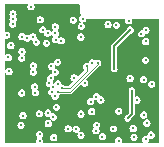
<source format=gbr>
%TF.GenerationSoftware,KiCad,Pcbnew,8.0.7*%
%TF.CreationDate,2025-01-06T01:22:00-08:00*%
%TF.ProjectId,Miniscope-v4-Wire-Free,4d696e69-7363-46f7-9065-2d76342d5769,rev?*%
%TF.SameCoordinates,Original*%
%TF.FileFunction,Copper,L3,Inr*%
%TF.FilePolarity,Positive*%
%FSLAX46Y46*%
G04 Gerber Fmt 4.6, Leading zero omitted, Abs format (unit mm)*
G04 Created by KiCad (PCBNEW 8.0.7) date 2025-01-06 01:22:00*
%MOMM*%
%LPD*%
G01*
G04 APERTURE LIST*
%TA.AperFunction,ViaPad*%
%ADD10C,0.254000*%
%TD*%
%TA.AperFunction,ViaPad*%
%ADD11C,0.304800*%
%TD*%
%TA.AperFunction,Conductor*%
%ADD12C,0.152400*%
%TD*%
%TA.AperFunction,Conductor*%
%ADD13C,0.101600*%
%TD*%
G04 APERTURE END LIST*
D10*
%TO.N,Net-(R22-Pad1)*%
X84046000Y-66989600D03*
D11*
X82598200Y-67540200D03*
%TO.N,GND*%
X86131000Y-67544900D03*
X83210000Y-61537800D03*
X81051000Y-68497400D03*
X83946500Y-60170600D03*
X83819600Y-69551500D03*
X85474133Y-59612893D03*
X82090200Y-63476200D03*
X88417000Y-59963000D03*
X85032200Y-68810200D03*
X82079700Y-63988900D03*
X83349700Y-68357700D03*
X82625800Y-69275800D03*
X81889200Y-58464400D03*
X83932200Y-66033600D03*
X85722400Y-68835600D03*
X91615200Y-69707000D03*
X89318700Y-67316300D03*
X86446800Y-64941400D03*
X90282200Y-64535000D03*
X92060200Y-69335600D03*
X83556203Y-64504598D03*
X81127200Y-62274400D03*
X83957611Y-64010396D03*
X81571700Y-61131400D03*
X81114500Y-65779600D03*
%TO.N,/SD_DAT2*%
X79844500Y-60890100D03*
%TO.N,/SD_DAT3*%
X80187400Y-61741000D03*
%TO.N,/SD_DAT0*%
X82067000Y-61017100D03*
%TO.N,/SD_CMD*%
X79971500Y-62769700D03*
%TO.N,/SD_CLK*%
X81130607Y-61000993D03*
%TO.N,/SD_DAT1*%
X80352500Y-59937600D03*
%TO.N,/USB_VBUS*%
X86933200Y-66502800D03*
%TO.N,/SWCLK*%
X86154200Y-60123400D03*
%TO.N,/SWDIO*%
X86116600Y-61029800D03*
%TO.N,+1V8*%
X84160800Y-63595200D03*
X91676174Y-59683600D03*
X81508200Y-68522800D03*
X87920000Y-65805000D03*
X84465600Y-66006475D03*
X81114500Y-63447200D03*
X91145275Y-68904400D03*
X88021597Y-68785053D03*
X85664425Y-60683005D03*
X91676198Y-62223610D03*
X82143200Y-62210900D03*
X82706100Y-60017900D03*
D10*
X90374400Y-61697800D03*
D11*
%TO.N,/SPI1_MOSI*%
X83451300Y-64966800D03*
%TO.N,/SPI1_MISO*%
X83787717Y-65298375D03*
%TO.N,/SDMMC1_D0*%
X82884880Y-60430360D03*
%TO.N,/SDMMC1_D1*%
X82675813Y-59581213D03*
X83982160Y-61273640D03*
%TO.N,/SDMMC1_D3*%
X84454600Y-61359968D03*
X80365202Y-59074000D03*
%TO.N,/SDMMC1_CMD*%
X80377900Y-59505800D03*
%TO.N,/SDMMC1_CK*%
X82346400Y-61461600D03*
%TO.N,+3V3*%
X80035000Y-63950800D03*
X83792000Y-67802000D03*
X83946500Y-60720600D03*
X81114500Y-62833200D03*
X81216100Y-67684600D03*
X83311500Y-60720600D03*
X83652687Y-65681699D03*
X82259295Y-65741708D03*
X91424700Y-64644610D03*
D10*
X90434600Y-65576400D03*
X90079000Y-67913200D03*
D11*
%TO.N,/LED_PWM*%
X91245317Y-60771100D03*
%TO.N,VDC*%
X87043200Y-67349700D03*
X82625800Y-69830900D03*
X89307600Y-69800400D03*
%TO.N,/ENT*%
X90290855Y-60437692D03*
D10*
X88936000Y-63747600D03*
D11*
%TO.N,/VDD_PIX*%
X85546000Y-64489600D03*
X83627400Y-63519002D03*
%TO.N,Net-(C3-Pad2)*%
X87808100Y-66367500D03*
%TO.N,Net-(C4-Pad2)*%
X90857000Y-66367500D03*
%TO.N,/VDDA*%
X89129800Y-60025800D03*
%TO.N,Net-(R1-Pad1)*%
X87449600Y-68480000D03*
%TO.N,Net-(D2-Pad1)*%
X82191800Y-65254200D03*
%TO.N,/RESET_N*%
X84480000Y-65346075D03*
X86614267Y-63531700D03*
%TO.N,/TRIGGER0*%
X87550000Y-63250000D03*
X84165513Y-65676275D03*
%TO.N,/MONITOR0*%
X83334800Y-67471800D03*
%TO.N,/BAT+*%
X86125873Y-69346527D03*
%TO.N,Net-(L1-Pad1)*%
X87945402Y-69462600D03*
%TO.N,Net-(L2-Pad1)*%
X90614100Y-69513400D03*
%TO.N,/XIN32*%
X91628400Y-60466300D03*
%TO.N,/XOUT32*%
X90167400Y-59640800D03*
%TO.N,/VDDCORE*%
X91589800Y-62993600D03*
%TO.N,/nRESET*%
X87437400Y-66084400D03*
%TO.N,Net-(L5-Pad2)*%
X91615200Y-61410790D03*
%TO.N,/CLK1_OUT*%
X84150000Y-63150000D03*
X87058100Y-63224392D03*
%TO.N,/ADC0*%
X90536200Y-68776800D03*
%TO.N,/PCC_DATA7*%
X84175200Y-65002360D03*
%TO.N,/I_LED*%
X92123196Y-65025600D03*
%TO.N,/UART_RX*%
X91704600Y-68319600D03*
%TO.N,/UART_TX*%
X91441871Y-67629458D03*
%TO.N,/SD_DET*%
X86281200Y-59488402D03*
%TO.N,/nCHRG*%
X88872000Y-68810200D03*
X87398800Y-68962600D03*
%TD*%
D12*
%TO.N,+3V3*%
X90434600Y-65576400D02*
X90434600Y-67532200D01*
X90434600Y-67532200D02*
X90079000Y-67887800D01*
%TO.N,/ENT*%
X90290855Y-60437692D02*
X88936000Y-61792547D01*
X88936000Y-61792547D02*
X88936000Y-63747600D01*
D13*
%TO.N,/RESET_N*%
X86614267Y-63531700D02*
X86614267Y-63910333D01*
X86614267Y-63910333D02*
X85178525Y-65346075D01*
X85178525Y-65346075D02*
X84480000Y-65346075D01*
%TO.N,/TRIGGER0*%
X85176525Y-65676275D02*
X87550000Y-63302800D01*
X87550000Y-63302800D02*
X87550000Y-63250000D01*
X84165513Y-65676275D02*
X85176525Y-65676275D01*
%TD*%
%TA.AperFunction,Conductor*%
%TO.N,+1V8*%
G36*
X81609412Y-58264586D02*
G01*
X81623998Y-58299800D01*
X81617326Y-58324698D01*
X81609412Y-58338407D01*
X81597886Y-58358369D01*
X81597884Y-58358374D01*
X81579190Y-58464397D01*
X81579190Y-58464402D01*
X81597884Y-58570425D01*
X81597886Y-58570430D01*
X81651719Y-58663671D01*
X81734195Y-58732877D01*
X81835367Y-58769700D01*
X81943033Y-58769700D01*
X82044205Y-58732877D01*
X82126681Y-58663671D01*
X82180514Y-58570430D01*
X82180515Y-58570425D01*
X82199210Y-58464402D01*
X82199210Y-58464397D01*
X82180515Y-58358374D01*
X82180514Y-58358372D01*
X82180514Y-58358370D01*
X82161073Y-58324698D01*
X82156099Y-58286911D01*
X82179302Y-58256672D01*
X82204202Y-58250000D01*
X85950200Y-58250000D01*
X85985414Y-58264586D01*
X86000000Y-58299800D01*
X86000000Y-59000000D01*
X86139726Y-59139726D01*
X86154312Y-59174939D01*
X86139726Y-59210153D01*
X86129418Y-59218064D01*
X86126196Y-59219924D01*
X86126195Y-59219925D01*
X86049153Y-59284572D01*
X86043717Y-59289133D01*
X85989886Y-59382371D01*
X85989884Y-59382376D01*
X85971190Y-59488399D01*
X85971190Y-59488404D01*
X85989884Y-59594427D01*
X85989886Y-59594432D01*
X86043470Y-59687243D01*
X86043719Y-59687673D01*
X86100111Y-59734992D01*
X86103192Y-59737577D01*
X86120792Y-59771386D01*
X86109330Y-59807737D01*
X86088213Y-59822523D01*
X85999195Y-59854922D01*
X85916717Y-59924131D01*
X85862886Y-60017369D01*
X85862884Y-60017374D01*
X85844190Y-60123397D01*
X85844190Y-60123402D01*
X85862884Y-60229425D01*
X85862886Y-60229430D01*
X85900325Y-60294277D01*
X85916719Y-60322671D01*
X85999195Y-60391877D01*
X86100367Y-60428700D01*
X86208033Y-60428700D01*
X86309205Y-60391877D01*
X86391681Y-60322671D01*
X86445514Y-60229430D01*
X86451087Y-60197823D01*
X86464210Y-60123402D01*
X86464210Y-60123397D01*
X86445515Y-60017374D01*
X86445514Y-60017372D01*
X86445514Y-60017370D01*
X86414122Y-59962997D01*
X88106990Y-59962997D01*
X88106990Y-59963002D01*
X88125684Y-60069025D01*
X88125686Y-60069030D01*
X88179519Y-60162271D01*
X88261995Y-60231477D01*
X88363167Y-60268300D01*
X88470833Y-60268300D01*
X88572005Y-60231477D01*
X88654481Y-60162271D01*
X88708314Y-60069030D01*
X88709100Y-60064574D01*
X88715937Y-60025797D01*
X88819790Y-60025797D01*
X88819790Y-60025802D01*
X88838484Y-60131825D01*
X88838486Y-60131830D01*
X88892319Y-60225071D01*
X88974795Y-60294277D01*
X89075967Y-60331100D01*
X89183633Y-60331100D01*
X89284805Y-60294277D01*
X89367281Y-60225071D01*
X89421114Y-60131830D01*
X89422600Y-60123402D01*
X89439810Y-60025802D01*
X89439810Y-60025797D01*
X89421115Y-59919774D01*
X89421114Y-59919772D01*
X89421114Y-59919770D01*
X89367281Y-59826529D01*
X89284805Y-59757323D01*
X89284804Y-59757322D01*
X89183633Y-59720500D01*
X89075967Y-59720500D01*
X88974795Y-59757322D01*
X88892317Y-59826531D01*
X88838486Y-59919769D01*
X88838484Y-59919774D01*
X88819790Y-60025797D01*
X88715937Y-60025797D01*
X88727010Y-59963002D01*
X88727010Y-59962997D01*
X88708315Y-59856974D01*
X88708314Y-59856972D01*
X88708314Y-59856970D01*
X88654481Y-59763729D01*
X88572005Y-59694523D01*
X88572004Y-59694522D01*
X88470833Y-59657700D01*
X88363167Y-59657700D01*
X88261995Y-59694522D01*
X88209789Y-59738329D01*
X88187154Y-59757323D01*
X88179517Y-59763731D01*
X88125686Y-59856969D01*
X88125684Y-59856974D01*
X88106990Y-59962997D01*
X86414122Y-59962997D01*
X86391681Y-59924129D01*
X86332207Y-59874224D01*
X86314607Y-59840415D01*
X86326069Y-59804064D01*
X86347183Y-59789279D01*
X86436205Y-59756879D01*
X86518681Y-59687673D01*
X86572514Y-59594432D01*
X86574845Y-59581213D01*
X86581909Y-59541152D01*
X86602388Y-59509006D01*
X86630952Y-59500000D01*
X89822867Y-59500000D01*
X89858081Y-59514586D01*
X89872667Y-59549800D01*
X89871910Y-59558447D01*
X89857390Y-59640796D01*
X89857390Y-59640802D01*
X89876084Y-59746825D01*
X89876086Y-59746830D01*
X89922101Y-59826531D01*
X89929919Y-59840071D01*
X90012395Y-59909277D01*
X90113567Y-59946100D01*
X90221233Y-59946100D01*
X90322405Y-59909277D01*
X90404881Y-59840071D01*
X90458714Y-59746830D01*
X90460346Y-59737577D01*
X90477410Y-59640802D01*
X90477410Y-59640796D01*
X90462890Y-59558447D01*
X90471139Y-59521236D01*
X90503286Y-59500757D01*
X90511933Y-59500000D01*
X92700200Y-59500000D01*
X92735414Y-59514586D01*
X92750000Y-59549800D01*
X92750000Y-69950200D01*
X92735414Y-69985414D01*
X92700200Y-70000000D01*
X91877803Y-70000000D01*
X91842589Y-69985414D01*
X91828003Y-69950200D01*
X91842589Y-69914986D01*
X91845785Y-69912057D01*
X91852681Y-69906271D01*
X91906514Y-69813030D01*
X91917492Y-69750771D01*
X91925210Y-69707002D01*
X91925210Y-69706999D01*
X91922168Y-69689749D01*
X91930417Y-69652537D01*
X91962562Y-69632057D01*
X91988244Y-69634304D01*
X92006366Y-69640900D01*
X92006367Y-69640900D01*
X92114033Y-69640900D01*
X92215205Y-69604077D01*
X92297681Y-69534871D01*
X92351514Y-69441630D01*
X92352190Y-69437796D01*
X92370210Y-69335602D01*
X92370210Y-69335597D01*
X92351515Y-69229574D01*
X92351514Y-69229572D01*
X92351514Y-69229570D01*
X92297681Y-69136329D01*
X92215205Y-69067123D01*
X92215204Y-69067122D01*
X92114033Y-69030300D01*
X92006367Y-69030300D01*
X91905195Y-69067122D01*
X91861155Y-69104077D01*
X91823131Y-69135984D01*
X91822717Y-69136331D01*
X91768886Y-69229569D01*
X91768884Y-69229574D01*
X91750190Y-69335597D01*
X91750190Y-69335598D01*
X91750190Y-69335600D01*
X91752116Y-69346524D01*
X91753232Y-69352852D01*
X91744981Y-69390064D01*
X91712835Y-69410543D01*
X91687156Y-69408296D01*
X91669033Y-69401700D01*
X91561367Y-69401700D01*
X91460195Y-69438522D01*
X91377717Y-69507731D01*
X91323886Y-69600969D01*
X91323884Y-69600974D01*
X91305190Y-69706997D01*
X91305190Y-69707002D01*
X91323884Y-69813025D01*
X91323886Y-69813030D01*
X91377717Y-69906269D01*
X91377718Y-69906270D01*
X91377719Y-69906271D01*
X91384609Y-69912052D01*
X91402208Y-69945861D01*
X91390745Y-69982212D01*
X91356936Y-69999811D01*
X91352597Y-70000000D01*
X89631147Y-70000000D01*
X89595933Y-69985414D01*
X89581347Y-69950200D01*
X89588019Y-69925300D01*
X89598914Y-69906430D01*
X89598942Y-69906271D01*
X89617610Y-69800402D01*
X89617610Y-69800397D01*
X89598915Y-69694374D01*
X89598914Y-69694372D01*
X89598914Y-69694370D01*
X89545081Y-69601129D01*
X89462605Y-69531923D01*
X89462604Y-69531922D01*
X89411705Y-69513397D01*
X90304090Y-69513397D01*
X90304090Y-69513402D01*
X90322784Y-69619425D01*
X90322786Y-69619430D01*
X90341490Y-69651827D01*
X90376619Y-69712671D01*
X90459095Y-69781877D01*
X90560267Y-69818700D01*
X90667933Y-69818700D01*
X90769105Y-69781877D01*
X90851581Y-69712671D01*
X90905414Y-69619430D01*
X90905415Y-69619425D01*
X90924110Y-69513402D01*
X90924110Y-69513397D01*
X90905415Y-69407374D01*
X90905414Y-69407372D01*
X90905414Y-69407370D01*
X90851581Y-69314129D01*
X90769105Y-69244923D01*
X90769104Y-69244922D01*
X90667933Y-69208100D01*
X90560267Y-69208100D01*
X90459095Y-69244922D01*
X90376617Y-69314131D01*
X90322786Y-69407369D01*
X90322784Y-69407374D01*
X90304090Y-69513397D01*
X89411705Y-69513397D01*
X89361433Y-69495100D01*
X89253767Y-69495100D01*
X89152595Y-69531922D01*
X89090196Y-69584282D01*
X89070309Y-69600970D01*
X89070117Y-69601131D01*
X89016286Y-69694369D01*
X89016284Y-69694374D01*
X88997590Y-69800397D01*
X88997590Y-69800402D01*
X89016284Y-69906425D01*
X89016286Y-69906430D01*
X89027181Y-69925300D01*
X89032156Y-69963089D01*
X89008953Y-69993328D01*
X88984053Y-70000000D01*
X82965280Y-70000000D01*
X82930066Y-69985414D01*
X82915480Y-69950200D01*
X82917048Y-69941342D01*
X82916358Y-69941221D01*
X82935810Y-69830902D01*
X82935810Y-69830897D01*
X82917115Y-69724874D01*
X82917114Y-69724872D01*
X82917114Y-69724870D01*
X82863281Y-69631629D01*
X82815454Y-69591497D01*
X82797855Y-69557690D01*
X82799808Y-69551497D01*
X83509590Y-69551497D01*
X83509590Y-69551502D01*
X83528284Y-69657525D01*
X83528286Y-69657530D01*
X83570748Y-69731077D01*
X83582119Y-69750771D01*
X83664595Y-69819977D01*
X83765767Y-69856800D01*
X83873433Y-69856800D01*
X83974605Y-69819977D01*
X84057081Y-69750771D01*
X84110914Y-69657530D01*
X84110915Y-69657525D01*
X84129610Y-69551502D01*
X84129610Y-69551497D01*
X84110915Y-69445474D01*
X84110914Y-69445472D01*
X84110914Y-69445470D01*
X84057081Y-69352229D01*
X83974605Y-69283023D01*
X83974604Y-69283022D01*
X83873433Y-69246200D01*
X83765767Y-69246200D01*
X83664595Y-69283022D01*
X83627522Y-69314131D01*
X83588915Y-69346527D01*
X83582117Y-69352231D01*
X83528286Y-69445469D01*
X83528284Y-69445474D01*
X83509590Y-69551497D01*
X82799808Y-69551497D01*
X82809317Y-69521339D01*
X82815448Y-69515207D01*
X82863281Y-69475071D01*
X82917114Y-69381830D01*
X82917115Y-69381825D01*
X82935810Y-69275802D01*
X82935810Y-69275797D01*
X82917115Y-69169774D01*
X82917114Y-69169772D01*
X82917114Y-69169770D01*
X82863281Y-69076529D01*
X82780805Y-69007323D01*
X82780804Y-69007322D01*
X82679633Y-68970500D01*
X82571967Y-68970500D01*
X82470795Y-69007322D01*
X82388317Y-69076531D01*
X82334486Y-69169769D01*
X82334484Y-69169774D01*
X82315790Y-69275797D01*
X82315790Y-69275802D01*
X82334484Y-69381825D01*
X82334486Y-69381830D01*
X82375317Y-69452552D01*
X82388319Y-69475071D01*
X82434000Y-69513402D01*
X82436144Y-69515201D01*
X82453744Y-69549010D01*
X82442282Y-69585361D01*
X82436145Y-69591497D01*
X82424668Y-69601129D01*
X82388317Y-69631631D01*
X82334486Y-69724869D01*
X82334484Y-69724874D01*
X82315790Y-69830897D01*
X82315790Y-69830902D01*
X82335242Y-69941221D01*
X82332731Y-69941663D01*
X82331484Y-69971183D01*
X82303418Y-69996973D01*
X82286320Y-70000000D01*
X79699800Y-70000000D01*
X79664586Y-69985414D01*
X79650000Y-69950200D01*
X79650000Y-68810197D01*
X84722190Y-68810197D01*
X84722190Y-68810202D01*
X84740884Y-68916225D01*
X84740886Y-68916230D01*
X84775433Y-68976068D01*
X84794719Y-69009471D01*
X84877195Y-69078677D01*
X84978367Y-69115500D01*
X85086033Y-69115500D01*
X85187205Y-69078677D01*
X85269681Y-69009471D01*
X85323514Y-68916230D01*
X85326017Y-68902032D01*
X85346494Y-68869888D01*
X85383706Y-68861637D01*
X85415853Y-68882115D01*
X85424103Y-68902033D01*
X85431084Y-68941625D01*
X85431086Y-68941630D01*
X85484919Y-69034871D01*
X85567395Y-69104077D01*
X85668567Y-69140900D01*
X85776233Y-69140900D01*
X85794303Y-69134323D01*
X85832381Y-69135984D01*
X85858132Y-69164085D01*
X85856471Y-69202164D01*
X85854465Y-69206018D01*
X85844621Y-69223068D01*
X85834559Y-69240497D01*
X85834559Y-69240498D01*
X85834557Y-69240501D01*
X85815863Y-69346524D01*
X85815863Y-69346529D01*
X85834557Y-69452552D01*
X85834559Y-69452557D01*
X85882081Y-69534868D01*
X85888392Y-69545798D01*
X85970868Y-69615004D01*
X86072040Y-69651827D01*
X86179706Y-69651827D01*
X86280878Y-69615004D01*
X86363354Y-69545798D01*
X86411390Y-69462597D01*
X87635392Y-69462597D01*
X87635392Y-69462602D01*
X87654086Y-69568625D01*
X87654088Y-69568630D01*
X87705414Y-69657530D01*
X87707921Y-69661871D01*
X87790397Y-69731077D01*
X87891569Y-69767900D01*
X87999235Y-69767900D01*
X88100407Y-69731077D01*
X88182883Y-69661871D01*
X88236716Y-69568630D01*
X88236717Y-69568625D01*
X88255412Y-69462602D01*
X88255412Y-69462597D01*
X88236717Y-69356574D01*
X88236716Y-69356572D01*
X88236716Y-69356570D01*
X88182883Y-69263329D01*
X88100407Y-69194123D01*
X88100406Y-69194122D01*
X87999235Y-69157300D01*
X87891569Y-69157300D01*
X87790397Y-69194122D01*
X87707919Y-69263331D01*
X87654088Y-69356569D01*
X87654086Y-69356574D01*
X87635392Y-69462597D01*
X86411390Y-69462597D01*
X86417187Y-69452557D01*
X86424595Y-69410543D01*
X86435883Y-69346529D01*
X86435883Y-69346524D01*
X86417188Y-69240501D01*
X86417187Y-69240498D01*
X86417187Y-69240497D01*
X86363354Y-69147256D01*
X86280878Y-69078050D01*
X86280877Y-69078049D01*
X86179706Y-69041227D01*
X86072040Y-69041227D01*
X86072039Y-69041227D01*
X86053967Y-69047804D01*
X86015888Y-69046140D01*
X85990139Y-69018038D01*
X85991803Y-68979959D01*
X85993802Y-68976117D01*
X86001608Y-68962597D01*
X87088790Y-68962597D01*
X87088790Y-68962602D01*
X87107484Y-69068625D01*
X87107486Y-69068630D01*
X87134546Y-69115500D01*
X87161319Y-69161871D01*
X87243795Y-69231077D01*
X87344967Y-69267900D01*
X87452633Y-69267900D01*
X87553805Y-69231077D01*
X87636281Y-69161871D01*
X87690114Y-69068630D01*
X87699035Y-69018038D01*
X87708810Y-68962602D01*
X87708810Y-68962597D01*
X87690115Y-68856574D01*
X87690114Y-68856572D01*
X87690114Y-68856570D01*
X87663340Y-68810197D01*
X88561990Y-68810197D01*
X88561990Y-68810202D01*
X88580684Y-68916225D01*
X88580686Y-68916230D01*
X88615233Y-68976068D01*
X88634519Y-69009471D01*
X88716995Y-69078677D01*
X88818167Y-69115500D01*
X88925833Y-69115500D01*
X89027005Y-69078677D01*
X89109481Y-69009471D01*
X89163314Y-68916230D01*
X89165817Y-68902033D01*
X89182010Y-68810202D01*
X89182010Y-68810197D01*
X89176121Y-68776797D01*
X90226190Y-68776797D01*
X90226190Y-68776802D01*
X90244884Y-68882825D01*
X90244886Y-68882830D01*
X90295502Y-68970500D01*
X90298719Y-68976071D01*
X90381195Y-69045277D01*
X90482367Y-69082100D01*
X90590033Y-69082100D01*
X90691205Y-69045277D01*
X90773681Y-68976071D01*
X90827514Y-68882830D01*
X90832144Y-68856574D01*
X90846210Y-68776802D01*
X90846210Y-68776797D01*
X90827515Y-68670774D01*
X90827514Y-68670772D01*
X90827514Y-68670770D01*
X90773681Y-68577529D01*
X90691205Y-68508323D01*
X90691204Y-68508322D01*
X90590033Y-68471500D01*
X90482367Y-68471500D01*
X90381195Y-68508322D01*
X90298717Y-68577531D01*
X90244886Y-68670769D01*
X90244884Y-68670774D01*
X90226190Y-68776797D01*
X89176121Y-68776797D01*
X89163315Y-68704174D01*
X89163314Y-68704172D01*
X89163314Y-68704170D01*
X89109481Y-68610929D01*
X89027005Y-68541723D01*
X89027004Y-68541722D01*
X88925833Y-68504900D01*
X88818167Y-68504900D01*
X88716995Y-68541722D01*
X88634517Y-68610931D01*
X88580686Y-68704169D01*
X88580684Y-68704174D01*
X88561990Y-68810197D01*
X87663340Y-68810197D01*
X87659012Y-68802700D01*
X87641060Y-68771606D01*
X87636085Y-68733817D01*
X87652175Y-68708560D01*
X87687081Y-68679271D01*
X87740914Y-68586030D01*
X87746038Y-68556971D01*
X87759610Y-68480002D01*
X87759610Y-68479997D01*
X87740915Y-68373974D01*
X87740914Y-68373972D01*
X87740914Y-68373970D01*
X87709522Y-68319597D01*
X91394590Y-68319597D01*
X91394590Y-68319602D01*
X91413284Y-68425625D01*
X91413286Y-68425630D01*
X91454722Y-68497400D01*
X91467119Y-68518871D01*
X91549595Y-68588077D01*
X91650767Y-68624900D01*
X91758433Y-68624900D01*
X91859605Y-68588077D01*
X91942081Y-68518871D01*
X91995914Y-68425630D01*
X92001955Y-68391369D01*
X92014610Y-68319602D01*
X92014610Y-68319597D01*
X91995915Y-68213574D01*
X91995914Y-68213572D01*
X91995914Y-68213570D01*
X91942081Y-68120329D01*
X91859605Y-68051123D01*
X91859604Y-68051122D01*
X91758433Y-68014300D01*
X91650767Y-68014300D01*
X91549595Y-68051122D01*
X91467117Y-68120331D01*
X91413286Y-68213569D01*
X91413284Y-68213574D01*
X91394590Y-68319597D01*
X87709522Y-68319597D01*
X87687081Y-68280729D01*
X87604605Y-68211523D01*
X87604604Y-68211522D01*
X87503433Y-68174700D01*
X87395767Y-68174700D01*
X87294595Y-68211522D01*
X87212117Y-68280731D01*
X87158286Y-68373969D01*
X87158284Y-68373974D01*
X87139590Y-68479997D01*
X87139590Y-68480002D01*
X87158284Y-68586025D01*
X87158286Y-68586030D01*
X87207338Y-68670992D01*
X87212313Y-68708782D01*
X87196222Y-68734040D01*
X87161319Y-68763328D01*
X87161318Y-68763329D01*
X87107486Y-68856569D01*
X87107484Y-68856574D01*
X87088790Y-68962597D01*
X86001608Y-68962597D01*
X86013714Y-68941630D01*
X86028712Y-68856574D01*
X86032410Y-68835602D01*
X86032410Y-68835597D01*
X86013715Y-68729574D01*
X86013714Y-68729572D01*
X86013714Y-68729570D01*
X85959881Y-68636329D01*
X85877405Y-68567123D01*
X85877404Y-68567122D01*
X85776233Y-68530300D01*
X85668567Y-68530300D01*
X85567395Y-68567122D01*
X85524132Y-68603425D01*
X85498540Y-68624900D01*
X85484917Y-68636331D01*
X85431086Y-68729569D01*
X85431084Y-68729574D01*
X85428582Y-68743767D01*
X85408102Y-68775912D01*
X85370890Y-68784161D01*
X85338745Y-68763681D01*
X85330496Y-68743765D01*
X85323515Y-68704175D01*
X85323514Y-68704174D01*
X85323514Y-68704170D01*
X85269681Y-68610929D01*
X85187205Y-68541723D01*
X85187204Y-68541722D01*
X85086033Y-68504900D01*
X84978367Y-68504900D01*
X84877195Y-68541722D01*
X84794717Y-68610931D01*
X84740886Y-68704169D01*
X84740884Y-68704174D01*
X84722190Y-68810197D01*
X79650000Y-68810197D01*
X79650000Y-68497397D01*
X80740990Y-68497397D01*
X80740990Y-68497402D01*
X80759684Y-68603425D01*
X80759686Y-68603430D01*
X80778681Y-68636331D01*
X80813519Y-68696671D01*
X80895995Y-68765877D01*
X80997167Y-68802700D01*
X81104833Y-68802700D01*
X81206005Y-68765877D01*
X81288481Y-68696671D01*
X81342314Y-68603430D01*
X81361010Y-68497400D01*
X81361010Y-68497397D01*
X81342315Y-68391374D01*
X81342314Y-68391372D01*
X81342314Y-68391370D01*
X81288481Y-68298129D01*
X81206005Y-68228923D01*
X81206004Y-68228922D01*
X81104833Y-68192100D01*
X80997167Y-68192100D01*
X80895995Y-68228922D01*
X80813517Y-68298131D01*
X80759686Y-68391369D01*
X80759684Y-68391374D01*
X80740990Y-68497397D01*
X79650000Y-68497397D01*
X79650000Y-67684597D01*
X80906090Y-67684597D01*
X80906090Y-67684602D01*
X80924784Y-67790625D01*
X80924786Y-67790630D01*
X80946782Y-67828729D01*
X80978619Y-67883871D01*
X81061095Y-67953077D01*
X81162267Y-67989900D01*
X81269933Y-67989900D01*
X81371105Y-67953077D01*
X81453581Y-67883871D01*
X81507414Y-67790630D01*
X81516435Y-67739468D01*
X81526110Y-67684602D01*
X81526110Y-67684597D01*
X81507415Y-67578574D01*
X81507414Y-67578572D01*
X81507414Y-67578570D01*
X81485259Y-67540197D01*
X82288190Y-67540197D01*
X82288190Y-67540202D01*
X82306884Y-67646225D01*
X82306886Y-67646230D01*
X82359439Y-67737255D01*
X82360719Y-67739471D01*
X82443195Y-67808677D01*
X82544367Y-67845500D01*
X82652033Y-67845500D01*
X82753205Y-67808677D01*
X82835681Y-67739471D01*
X82889514Y-67646230D01*
X82892471Y-67629460D01*
X82908210Y-67540202D01*
X82908210Y-67540197D01*
X82896149Y-67471797D01*
X83024790Y-67471797D01*
X83024790Y-67471802D01*
X83043484Y-67577825D01*
X83043486Y-67577830D01*
X83085690Y-67650930D01*
X83097319Y-67671071D01*
X83179795Y-67740277D01*
X83280967Y-67777100D01*
X83388632Y-67777100D01*
X83388633Y-67777100D01*
X83416465Y-67766970D01*
X83454542Y-67768633D01*
X83480293Y-67796734D01*
X83482539Y-67805119D01*
X83500684Y-67908025D01*
X83500686Y-67908030D01*
X83554517Y-68001269D01*
X83564368Y-68009535D01*
X83581967Y-68043344D01*
X83570504Y-68079695D01*
X83536695Y-68097294D01*
X83507454Y-68090810D01*
X83504704Y-68089222D01*
X83403533Y-68052400D01*
X83295867Y-68052400D01*
X83194695Y-68089222D01*
X83112217Y-68158431D01*
X83058386Y-68251669D01*
X83058384Y-68251674D01*
X83039690Y-68357697D01*
X83039690Y-68357702D01*
X83058384Y-68463725D01*
X83058386Y-68463730D01*
X83103415Y-68541723D01*
X83112219Y-68556971D01*
X83194695Y-68626177D01*
X83295867Y-68663000D01*
X83403533Y-68663000D01*
X83504705Y-68626177D01*
X83587181Y-68556971D01*
X83641014Y-68463730D01*
X83647733Y-68425625D01*
X83659710Y-68357702D01*
X83659710Y-68357697D01*
X83641015Y-68251674D01*
X83641014Y-68251672D01*
X83641014Y-68251670D01*
X83614097Y-68205049D01*
X83587182Y-68158430D01*
X83577331Y-68150164D01*
X83559732Y-68116355D01*
X83571195Y-68080004D01*
X83605004Y-68062405D01*
X83634247Y-68068890D01*
X83636997Y-68070478D01*
X83738167Y-68107300D01*
X83845833Y-68107300D01*
X83947005Y-68070477D01*
X84029481Y-68001271D01*
X84080331Y-67913196D01*
X89794782Y-67913196D01*
X89794782Y-67913203D01*
X89811920Y-68010404D01*
X89811923Y-68010411D01*
X89861274Y-68095890D01*
X89861276Y-68095892D01*
X89936891Y-68159340D01*
X90029646Y-68193100D01*
X90128354Y-68193100D01*
X90221109Y-68159340D01*
X90296724Y-68095892D01*
X90346078Y-68010408D01*
X90357413Y-67946116D01*
X90371240Y-67919554D01*
X90628821Y-67661975D01*
X90640699Y-67633300D01*
X90642292Y-67629455D01*
X91131861Y-67629455D01*
X91131861Y-67629460D01*
X91150555Y-67735483D01*
X91150557Y-67735488D01*
X91190758Y-67805119D01*
X91204390Y-67828729D01*
X91286866Y-67897935D01*
X91388038Y-67934758D01*
X91495704Y-67934758D01*
X91596876Y-67897935D01*
X91679352Y-67828729D01*
X91733185Y-67735488D01*
X91734063Y-67730507D01*
X91751881Y-67629460D01*
X91751881Y-67629455D01*
X91733186Y-67523432D01*
X91733185Y-67523430D01*
X91733185Y-67523428D01*
X91679352Y-67430187D01*
X91596876Y-67360981D01*
X91596875Y-67360980D01*
X91495704Y-67324158D01*
X91388038Y-67324158D01*
X91286866Y-67360980D01*
X91204388Y-67430189D01*
X91150557Y-67523427D01*
X91150555Y-67523432D01*
X91131861Y-67629455D01*
X90642292Y-67629455D01*
X90663700Y-67577771D01*
X90663700Y-66693160D01*
X90678286Y-66657946D01*
X90713500Y-66643360D01*
X90730528Y-66646362D01*
X90803167Y-66672800D01*
X90803168Y-66672800D01*
X90910833Y-66672800D01*
X91012005Y-66635977D01*
X91094481Y-66566771D01*
X91148314Y-66473530D01*
X91148315Y-66473525D01*
X91167010Y-66367502D01*
X91167010Y-66367497D01*
X91148315Y-66261474D01*
X91148314Y-66261472D01*
X91148314Y-66261470D01*
X91094481Y-66168229D01*
X91012005Y-66099023D01*
X91012004Y-66099022D01*
X90910833Y-66062200D01*
X90803167Y-66062200D01*
X90730532Y-66088636D01*
X90692453Y-66086973D01*
X90666703Y-66058871D01*
X90663700Y-66041839D01*
X90663700Y-65752731D01*
X90670371Y-65727833D01*
X90701678Y-65673608D01*
X90701685Y-65673569D01*
X90718818Y-65576403D01*
X90718818Y-65576396D01*
X90701679Y-65479195D01*
X90701676Y-65479188D01*
X90652325Y-65393709D01*
X90652323Y-65393707D01*
X90576708Y-65330259D01*
X90483954Y-65296500D01*
X90385246Y-65296500D01*
X90292491Y-65330259D01*
X90216876Y-65393707D01*
X90216874Y-65393709D01*
X90167523Y-65479188D01*
X90167520Y-65479195D01*
X90150382Y-65576396D01*
X90150382Y-65576403D01*
X90167520Y-65673604D01*
X90167522Y-65673608D01*
X90198828Y-65727833D01*
X90205500Y-65752731D01*
X90205500Y-67416674D01*
X90190914Y-67451888D01*
X90005781Y-67637020D01*
X89987601Y-67648602D01*
X89936891Y-67667060D01*
X89936889Y-67667061D01*
X89861276Y-67730507D01*
X89861274Y-67730509D01*
X89811923Y-67815988D01*
X89811920Y-67815995D01*
X89794782Y-67913196D01*
X84080331Y-67913196D01*
X84083314Y-67908030D01*
X84087574Y-67883871D01*
X84102010Y-67802002D01*
X84102010Y-67801997D01*
X84083315Y-67695974D01*
X84083314Y-67695972D01*
X84083314Y-67695970D01*
X84029481Y-67602729D01*
X83960560Y-67544897D01*
X85820990Y-67544897D01*
X85820990Y-67544902D01*
X85839684Y-67650925D01*
X85839686Y-67650930D01*
X85890803Y-67739468D01*
X85893519Y-67744171D01*
X85975995Y-67813377D01*
X86077167Y-67850200D01*
X86184833Y-67850200D01*
X86286005Y-67813377D01*
X86368481Y-67744171D01*
X86422314Y-67650930D01*
X86422315Y-67650925D01*
X86441010Y-67544902D01*
X86441010Y-67544897D01*
X86422315Y-67438874D01*
X86422314Y-67438872D01*
X86422314Y-67438870D01*
X86370830Y-67349697D01*
X86733190Y-67349697D01*
X86733190Y-67349702D01*
X86751884Y-67455725D01*
X86751886Y-67455730D01*
X86803369Y-67544902D01*
X86805719Y-67548971D01*
X86888195Y-67618177D01*
X86989367Y-67655000D01*
X87097033Y-67655000D01*
X87198205Y-67618177D01*
X87280681Y-67548971D01*
X87334514Y-67455730D01*
X87334515Y-67455725D01*
X87353210Y-67349702D01*
X87353210Y-67349697D01*
X87347321Y-67316297D01*
X89008690Y-67316297D01*
X89008690Y-67316302D01*
X89027384Y-67422325D01*
X89027386Y-67422330D01*
X89081219Y-67515571D01*
X89163695Y-67584777D01*
X89264867Y-67621600D01*
X89372533Y-67621600D01*
X89473705Y-67584777D01*
X89556181Y-67515571D01*
X89610014Y-67422330D01*
X89611011Y-67416674D01*
X89628710Y-67316302D01*
X89628710Y-67316297D01*
X89610015Y-67210274D01*
X89610014Y-67210272D01*
X89610014Y-67210270D01*
X89556181Y-67117029D01*
X89473705Y-67047823D01*
X89473704Y-67047822D01*
X89372533Y-67011000D01*
X89264867Y-67011000D01*
X89163695Y-67047822D01*
X89081217Y-67117031D01*
X89027386Y-67210269D01*
X89027384Y-67210274D01*
X89008690Y-67316297D01*
X87347321Y-67316297D01*
X87334515Y-67243674D01*
X87334514Y-67243672D01*
X87334514Y-67243670D01*
X87280681Y-67150429D01*
X87208243Y-67089646D01*
X87198204Y-67081222D01*
X87097033Y-67044400D01*
X86989367Y-67044400D01*
X86888195Y-67081222D01*
X86805717Y-67150431D01*
X86751886Y-67243669D01*
X86751884Y-67243674D01*
X86733190Y-67349697D01*
X86370830Y-67349697D01*
X86368481Y-67345629D01*
X86286005Y-67276423D01*
X86286004Y-67276422D01*
X86184833Y-67239600D01*
X86077167Y-67239600D01*
X85975995Y-67276422D01*
X85893517Y-67345631D01*
X85839686Y-67438869D01*
X85839684Y-67438874D01*
X85820990Y-67544897D01*
X83960560Y-67544897D01*
X83947005Y-67533523D01*
X83947004Y-67533522D01*
X83845833Y-67496700D01*
X83738167Y-67496700D01*
X83738166Y-67496700D01*
X83710334Y-67506829D01*
X83672255Y-67505165D01*
X83646506Y-67477063D01*
X83644260Y-67468680D01*
X83626115Y-67365774D01*
X83626114Y-67365772D01*
X83626114Y-67365770D01*
X83572281Y-67272529D01*
X83489805Y-67203323D01*
X83489804Y-67203322D01*
X83388633Y-67166500D01*
X83280967Y-67166500D01*
X83179795Y-67203322D01*
X83097317Y-67272531D01*
X83043486Y-67365769D01*
X83043484Y-67365774D01*
X83024790Y-67471797D01*
X82896149Y-67471797D01*
X82889515Y-67434174D01*
X82889514Y-67434172D01*
X82889514Y-67434170D01*
X82835681Y-67340929D01*
X82753205Y-67271723D01*
X82753204Y-67271722D01*
X82652033Y-67234900D01*
X82544367Y-67234900D01*
X82443195Y-67271722D01*
X82360717Y-67340931D01*
X82306886Y-67434169D01*
X82306884Y-67434174D01*
X82288190Y-67540197D01*
X81485259Y-67540197D01*
X81453581Y-67485329D01*
X81371105Y-67416123D01*
X81371104Y-67416122D01*
X81269933Y-67379300D01*
X81162267Y-67379300D01*
X81061095Y-67416122D01*
X80978617Y-67485331D01*
X80924786Y-67578569D01*
X80924784Y-67578574D01*
X80906090Y-67684597D01*
X79650000Y-67684597D01*
X79650000Y-66989596D01*
X83761782Y-66989596D01*
X83761782Y-66989603D01*
X83778920Y-67086804D01*
X83778923Y-67086811D01*
X83828274Y-67172290D01*
X83828276Y-67172292D01*
X83903891Y-67235740D01*
X83996646Y-67269500D01*
X84095354Y-67269500D01*
X84188109Y-67235740D01*
X84263724Y-67172292D01*
X84313078Y-67086808D01*
X84319952Y-67047823D01*
X84330218Y-66989603D01*
X84330218Y-66989596D01*
X84313079Y-66892395D01*
X84313076Y-66892388D01*
X84263725Y-66806909D01*
X84263723Y-66806907D01*
X84188108Y-66743459D01*
X84095354Y-66709700D01*
X83996646Y-66709700D01*
X83903891Y-66743459D01*
X83828276Y-66806907D01*
X83828274Y-66806909D01*
X83778923Y-66892388D01*
X83778920Y-66892395D01*
X83761782Y-66989596D01*
X79650000Y-66989596D01*
X79650000Y-66502797D01*
X86623190Y-66502797D01*
X86623190Y-66502802D01*
X86641884Y-66608825D01*
X86641886Y-66608830D01*
X86695719Y-66702071D01*
X86778195Y-66771277D01*
X86879367Y-66808100D01*
X86987033Y-66808100D01*
X87088205Y-66771277D01*
X87170681Y-66702071D01*
X87224514Y-66608830D01*
X87243210Y-66502800D01*
X87243210Y-66502797D01*
X87227253Y-66412301D01*
X87235502Y-66375089D01*
X87267648Y-66354610D01*
X87293327Y-66356855D01*
X87383567Y-66389700D01*
X87460217Y-66389700D01*
X87495431Y-66404286D01*
X87509260Y-66430852D01*
X87516784Y-66473526D01*
X87516785Y-66473528D01*
X87516785Y-66473529D01*
X87516786Y-66473530D01*
X87570619Y-66566771D01*
X87653095Y-66635977D01*
X87754267Y-66672800D01*
X87861933Y-66672800D01*
X87963105Y-66635977D01*
X88045581Y-66566771D01*
X88099414Y-66473530D01*
X88099415Y-66473525D01*
X88118110Y-66367502D01*
X88118110Y-66367497D01*
X88099415Y-66261474D01*
X88099414Y-66261472D01*
X88099414Y-66261470D01*
X88045581Y-66168229D01*
X87963105Y-66099023D01*
X87963104Y-66099022D01*
X87861933Y-66062200D01*
X87785282Y-66062200D01*
X87750068Y-66047614D01*
X87736239Y-66021050D01*
X87728714Y-65978370D01*
X87707124Y-65940976D01*
X87674882Y-65885131D01*
X87674881Y-65885129D01*
X87592405Y-65815923D01*
X87592404Y-65815922D01*
X87491233Y-65779100D01*
X87383567Y-65779100D01*
X87282395Y-65815922D01*
X87219996Y-65868282D01*
X87204876Y-65880970D01*
X87199917Y-65885131D01*
X87146086Y-65978369D01*
X87146084Y-65978374D01*
X87127390Y-66084397D01*
X87127390Y-66084398D01*
X87127390Y-66084400D01*
X87135634Y-66131156D01*
X87143347Y-66174899D01*
X87135097Y-66212110D01*
X87102950Y-66232590D01*
X87077271Y-66230343D01*
X86987033Y-66197500D01*
X86879367Y-66197500D01*
X86778195Y-66234322D01*
X86719385Y-66283671D01*
X86697450Y-66302077D01*
X86695717Y-66303531D01*
X86641886Y-66396769D01*
X86641884Y-66396774D01*
X86623190Y-66502797D01*
X79650000Y-66502797D01*
X79650000Y-65779597D01*
X80804490Y-65779597D01*
X80804490Y-65779602D01*
X80823184Y-65885625D01*
X80823186Y-65885630D01*
X80876729Y-65978370D01*
X80877019Y-65978871D01*
X80959495Y-66048077D01*
X81060667Y-66084900D01*
X81168333Y-66084900D01*
X81269505Y-66048077D01*
X81351981Y-65978871D01*
X81405814Y-65885630D01*
X81412279Y-65848964D01*
X81424510Y-65779602D01*
X81424510Y-65779597D01*
X81405815Y-65673574D01*
X81405814Y-65673572D01*
X81405814Y-65673570D01*
X81351981Y-65580329D01*
X81269505Y-65511123D01*
X81269504Y-65511122D01*
X81168333Y-65474300D01*
X81060667Y-65474300D01*
X80959495Y-65511122D01*
X80922174Y-65542439D01*
X80881702Y-65576400D01*
X80877017Y-65580331D01*
X80823186Y-65673569D01*
X80823184Y-65673574D01*
X80804490Y-65779597D01*
X79650000Y-65779597D01*
X79650000Y-65254197D01*
X81881790Y-65254197D01*
X81881790Y-65254202D01*
X81900484Y-65360225D01*
X81900486Y-65360230D01*
X81925990Y-65404405D01*
X81954319Y-65453471D01*
X82002377Y-65493797D01*
X82019977Y-65527605D01*
X82013494Y-65556844D01*
X81967982Y-65635674D01*
X81967979Y-65635682D01*
X81949285Y-65741705D01*
X81949285Y-65741710D01*
X81967979Y-65847733D01*
X81967981Y-65847738D01*
X81986592Y-65879974D01*
X82021814Y-65940979D01*
X82104290Y-66010185D01*
X82205462Y-66047008D01*
X82313128Y-66047008D01*
X82414300Y-66010185D01*
X82496776Y-65940979D01*
X82550609Y-65847738D01*
X82561732Y-65784658D01*
X82569305Y-65741710D01*
X82569305Y-65741705D01*
X82550610Y-65635682D01*
X82550609Y-65635680D01*
X82550609Y-65635678D01*
X82496776Y-65542437D01*
X82448716Y-65502110D01*
X82431117Y-65468302D01*
X82437600Y-65439062D01*
X82457609Y-65404405D01*
X82483114Y-65360230D01*
X82488399Y-65330259D01*
X82501810Y-65254202D01*
X82501810Y-65254197D01*
X82483115Y-65148174D01*
X82483114Y-65148172D01*
X82483114Y-65148170D01*
X82429281Y-65054929D01*
X82346805Y-64985723D01*
X82346804Y-64985722D01*
X82294806Y-64966797D01*
X83141290Y-64966797D01*
X83141290Y-64966802D01*
X83159984Y-65072825D01*
X83159986Y-65072830D01*
X83213819Y-65166071D01*
X83296295Y-65235277D01*
X83397467Y-65272100D01*
X83431287Y-65272100D01*
X83466501Y-65286686D01*
X83480330Y-65313251D01*
X83483442Y-65330900D01*
X83492929Y-65384705D01*
X83484678Y-65421917D01*
X83475897Y-65431500D01*
X83415204Y-65482429D01*
X83361373Y-65575668D01*
X83361371Y-65575673D01*
X83342677Y-65681696D01*
X83342677Y-65681701D01*
X83361371Y-65787724D01*
X83361373Y-65787729D01*
X83414631Y-65879975D01*
X83415206Y-65880970D01*
X83486718Y-65940976D01*
X83497682Y-65950176D01*
X83589422Y-65983566D01*
X83617524Y-66009316D01*
X83622190Y-66030363D01*
X83622190Y-66033602D01*
X83640884Y-66139625D01*
X83640886Y-66139630D01*
X83694556Y-66232590D01*
X83694719Y-66232871D01*
X83777195Y-66302077D01*
X83878367Y-66338900D01*
X83986033Y-66338900D01*
X84087205Y-66302077D01*
X84169681Y-66232871D01*
X84223514Y-66139630D01*
X84230674Y-66099023D01*
X84242210Y-66033602D01*
X84242210Y-66033599D01*
X84239467Y-66018046D01*
X84247715Y-65980834D01*
X84271477Y-65962600D01*
X84320518Y-65944752D01*
X84383831Y-65891626D01*
X84415842Y-65879975D01*
X85217042Y-65879975D01*
X85217044Y-65879975D01*
X85291912Y-65848964D01*
X85349214Y-65791662D01*
X85349214Y-65791660D01*
X86086886Y-65053987D01*
X86122099Y-65039402D01*
X86157313Y-65053988D01*
X86165227Y-65064302D01*
X86201881Y-65127789D01*
X86209319Y-65140671D01*
X86291795Y-65209877D01*
X86392967Y-65246700D01*
X86500633Y-65246700D01*
X86601805Y-65209877D01*
X86684281Y-65140671D01*
X86738114Y-65047430D01*
X86738115Y-65047425D01*
X86741964Y-65025597D01*
X91813186Y-65025597D01*
X91813186Y-65025602D01*
X91831880Y-65131625D01*
X91831882Y-65131630D01*
X91885715Y-65224871D01*
X91968191Y-65294077D01*
X92069363Y-65330900D01*
X92177029Y-65330900D01*
X92278201Y-65294077D01*
X92360677Y-65224871D01*
X92414510Y-65131630D01*
X92415187Y-65127789D01*
X92433206Y-65025602D01*
X92433206Y-65025597D01*
X92414511Y-64919574D01*
X92414510Y-64919572D01*
X92414510Y-64919570D01*
X92360677Y-64826329D01*
X92278201Y-64757123D01*
X92278200Y-64757122D01*
X92177029Y-64720300D01*
X92069363Y-64720300D01*
X91968191Y-64757122D01*
X91885713Y-64826331D01*
X91831882Y-64919569D01*
X91831880Y-64919574D01*
X91813186Y-65025597D01*
X86741964Y-65025597D01*
X86756810Y-64941402D01*
X86756810Y-64941397D01*
X86738115Y-64835374D01*
X86738114Y-64835372D01*
X86738114Y-64835370D01*
X86684281Y-64742129D01*
X86601805Y-64672923D01*
X86601804Y-64672922D01*
X86577125Y-64663940D01*
X86549024Y-64638189D01*
X86547361Y-64600110D01*
X86558942Y-64581931D01*
X86605876Y-64534997D01*
X89972190Y-64534997D01*
X89972190Y-64535002D01*
X89990884Y-64641025D01*
X89990886Y-64641030D01*
X90027164Y-64703866D01*
X90044719Y-64734271D01*
X90127195Y-64803477D01*
X90228367Y-64840300D01*
X90336033Y-64840300D01*
X90437205Y-64803477D01*
X90519681Y-64734271D01*
X90571449Y-64644607D01*
X91114690Y-64644607D01*
X91114690Y-64644612D01*
X91133384Y-64750635D01*
X91133386Y-64750640D01*
X91182304Y-64835369D01*
X91187219Y-64843881D01*
X91269695Y-64913087D01*
X91370867Y-64949910D01*
X91478533Y-64949910D01*
X91579705Y-64913087D01*
X91662181Y-64843881D01*
X91716014Y-64750640D01*
X91716015Y-64750635D01*
X91734710Y-64644612D01*
X91734710Y-64644607D01*
X91716015Y-64538584D01*
X91716014Y-64538582D01*
X91716014Y-64538580D01*
X91662181Y-64445339D01*
X91579705Y-64376133D01*
X91579704Y-64376132D01*
X91478533Y-64339310D01*
X91370867Y-64339310D01*
X91269695Y-64376132D01*
X91187217Y-64445341D01*
X91133386Y-64538579D01*
X91133384Y-64538584D01*
X91114690Y-64644607D01*
X90571449Y-64644607D01*
X90573514Y-64641030D01*
X90574015Y-64638189D01*
X90592210Y-64535002D01*
X90592210Y-64534997D01*
X90573515Y-64428974D01*
X90573514Y-64428972D01*
X90573514Y-64428970D01*
X90519681Y-64335729D01*
X90437205Y-64266523D01*
X90437204Y-64266522D01*
X90336033Y-64229700D01*
X90228367Y-64229700D01*
X90127195Y-64266522D01*
X90044717Y-64335731D01*
X89990886Y-64428969D01*
X89990884Y-64428974D01*
X89972190Y-64534997D01*
X86605876Y-64534997D01*
X87393279Y-63747596D01*
X88651782Y-63747596D01*
X88651782Y-63747603D01*
X88668920Y-63844804D01*
X88668923Y-63844811D01*
X88718274Y-63930290D01*
X88718276Y-63930292D01*
X88793891Y-63993740D01*
X88886646Y-64027500D01*
X88985354Y-64027500D01*
X89078109Y-63993740D01*
X89153724Y-63930292D01*
X89203078Y-63844808D01*
X89209017Y-63811125D01*
X89220218Y-63747603D01*
X89220218Y-63747596D01*
X89203079Y-63650395D01*
X89203078Y-63650393D01*
X89203078Y-63650392D01*
X89171772Y-63596167D01*
X89165100Y-63571267D01*
X89165100Y-62993597D01*
X91279790Y-62993597D01*
X91279790Y-62993602D01*
X91298484Y-63099625D01*
X91298486Y-63099630D01*
X91327565Y-63149997D01*
X91352319Y-63192871D01*
X91434795Y-63262077D01*
X91535967Y-63298900D01*
X91643633Y-63298900D01*
X91744805Y-63262077D01*
X91827281Y-63192871D01*
X91881114Y-63099630D01*
X91890928Y-63043974D01*
X91899810Y-62993602D01*
X91899810Y-62993597D01*
X91881115Y-62887574D01*
X91881114Y-62887572D01*
X91881114Y-62887570D01*
X91827281Y-62794329D01*
X91744805Y-62725123D01*
X91744804Y-62725122D01*
X91643633Y-62688300D01*
X91535967Y-62688300D01*
X91434795Y-62725122D01*
X91352317Y-62794331D01*
X91298486Y-62887569D01*
X91298484Y-62887574D01*
X91279790Y-62993597D01*
X89165100Y-62993597D01*
X89165100Y-61908072D01*
X89179686Y-61872858D01*
X89641757Y-61410787D01*
X91305190Y-61410787D01*
X91305190Y-61410792D01*
X91323884Y-61516815D01*
X91323886Y-61516820D01*
X91377719Y-61610061D01*
X91460195Y-61679267D01*
X91561367Y-61716090D01*
X91669033Y-61716090D01*
X91770205Y-61679267D01*
X91852681Y-61610061D01*
X91906514Y-61516820D01*
X91909037Y-61502510D01*
X91925210Y-61410792D01*
X91925210Y-61410787D01*
X91906515Y-61304764D01*
X91906514Y-61304762D01*
X91906514Y-61304760D01*
X91852681Y-61211519D01*
X91770205Y-61142313D01*
X91770204Y-61142312D01*
X91669033Y-61105490D01*
X91561367Y-61105490D01*
X91460195Y-61142312D01*
X91377717Y-61211521D01*
X91323886Y-61304759D01*
X91323884Y-61304764D01*
X91305190Y-61410787D01*
X89641757Y-61410787D01*
X90281447Y-60771097D01*
X90935307Y-60771097D01*
X90935307Y-60771102D01*
X90954001Y-60877125D01*
X90954003Y-60877130D01*
X90996159Y-60950147D01*
X91007836Y-60970371D01*
X91090312Y-61039577D01*
X91191484Y-61076400D01*
X91299150Y-61076400D01*
X91400322Y-61039577D01*
X91482798Y-60970371D01*
X91536631Y-60877130D01*
X91537813Y-60870425D01*
X91547983Y-60812752D01*
X91568462Y-60780606D01*
X91597026Y-60771600D01*
X91682233Y-60771600D01*
X91783405Y-60734777D01*
X91865881Y-60665571D01*
X91919714Y-60572330D01*
X91921028Y-60564876D01*
X91938410Y-60466302D01*
X91938410Y-60466297D01*
X91919715Y-60360274D01*
X91919714Y-60360272D01*
X91919714Y-60360270D01*
X91865881Y-60267029D01*
X91783405Y-60197823D01*
X91783404Y-60197822D01*
X91682233Y-60161000D01*
X91574567Y-60161000D01*
X91473395Y-60197822D01*
X91390917Y-60267031D01*
X91337086Y-60360269D01*
X91337084Y-60360274D01*
X91325734Y-60424648D01*
X91305255Y-60456794D01*
X91276691Y-60465800D01*
X91191484Y-60465800D01*
X91090312Y-60502622D01*
X91007834Y-60571831D01*
X90954003Y-60665069D01*
X90954001Y-60665074D01*
X90935307Y-60771097D01*
X90281447Y-60771097D01*
X90294966Y-60757578D01*
X90330180Y-60742992D01*
X90344688Y-60742992D01*
X90445860Y-60706169D01*
X90528336Y-60636963D01*
X90582169Y-60543722D01*
X90594596Y-60473248D01*
X90600865Y-60437694D01*
X90600865Y-60437689D01*
X90582170Y-60331666D01*
X90582169Y-60331663D01*
X90582169Y-60331662D01*
X90528336Y-60238421D01*
X90445860Y-60169215D01*
X90445859Y-60169214D01*
X90344688Y-60132392D01*
X90237022Y-60132392D01*
X90135850Y-60169214D01*
X90073451Y-60221574D01*
X90061650Y-60231477D01*
X90053372Y-60238423D01*
X89999540Y-60331663D01*
X89999539Y-60331665D01*
X89986565Y-60405246D01*
X89972736Y-60431812D01*
X88741778Y-61662771D01*
X88741777Y-61662772D01*
X88725127Y-61702971D01*
X88706900Y-61746973D01*
X88706900Y-63571267D01*
X88700228Y-63596167D01*
X88668922Y-63650391D01*
X88668920Y-63650395D01*
X88651782Y-63747596D01*
X87393279Y-63747596D01*
X87570989Y-63569886D01*
X87599871Y-63557922D01*
X87599543Y-63556057D01*
X87603829Y-63555301D01*
X87603832Y-63555300D01*
X87603833Y-63555300D01*
X87705005Y-63518477D01*
X87787481Y-63449271D01*
X87841314Y-63356030D01*
X87851388Y-63298900D01*
X87860010Y-63250002D01*
X87860010Y-63249997D01*
X87841315Y-63143974D01*
X87841314Y-63143972D01*
X87841314Y-63143970D01*
X87787481Y-63050729D01*
X87705005Y-62981523D01*
X87705004Y-62981522D01*
X87603833Y-62944700D01*
X87496167Y-62944700D01*
X87394995Y-62981522D01*
X87351319Y-63018171D01*
X87314967Y-63029632D01*
X87287299Y-63018172D01*
X87213105Y-62955915D01*
X87213104Y-62955914D01*
X87111933Y-62919092D01*
X87004267Y-62919092D01*
X86903095Y-62955914D01*
X86820617Y-63025123D01*
X86766786Y-63118361D01*
X86766784Y-63118366D01*
X86753238Y-63195189D01*
X86732759Y-63227335D01*
X86695547Y-63235584D01*
X86687163Y-63233338D01*
X86668100Y-63226400D01*
X86560434Y-63226400D01*
X86459262Y-63263222D01*
X86416744Y-63298900D01*
X86391917Y-63319733D01*
X86376784Y-63332431D01*
X86322953Y-63425669D01*
X86322951Y-63425674D01*
X86304257Y-63531697D01*
X86304257Y-63531702D01*
X86322951Y-63637725D01*
X86322953Y-63637730D01*
X86376786Y-63730971D01*
X86392777Y-63744389D01*
X86410377Y-63778196D01*
X86410567Y-63782538D01*
X86410567Y-63805329D01*
X86395981Y-63840543D01*
X85888930Y-64347593D01*
X85853716Y-64362179D01*
X85818502Y-64347593D01*
X85810588Y-64337279D01*
X85783482Y-64290331D01*
X85783481Y-64290329D01*
X85701005Y-64221123D01*
X85701004Y-64221122D01*
X85599833Y-64184300D01*
X85492167Y-64184300D01*
X85390995Y-64221122D01*
X85308517Y-64290331D01*
X85254686Y-64383569D01*
X85254684Y-64383574D01*
X85235990Y-64489597D01*
X85235990Y-64489602D01*
X85254684Y-64595625D01*
X85254686Y-64595630D01*
X85286807Y-64651266D01*
X85308519Y-64688871D01*
X85382126Y-64750635D01*
X85394333Y-64760878D01*
X85393489Y-64761883D01*
X85413433Y-64787872D01*
X85408461Y-64825661D01*
X85400545Y-64835978D01*
X85108736Y-65127789D01*
X85073522Y-65142375D01*
X84730329Y-65142375D01*
X84698318Y-65130724D01*
X84635004Y-65077597D01*
X84533833Y-65040775D01*
X84533771Y-65040775D01*
X84533722Y-65040754D01*
X84529543Y-65040018D01*
X84529706Y-65039091D01*
X84498557Y-65026189D01*
X84484728Y-64999623D01*
X84466515Y-64896334D01*
X84466514Y-64896331D01*
X84466514Y-64896330D01*
X84412681Y-64803089D01*
X84340032Y-64742129D01*
X84330204Y-64733882D01*
X84229033Y-64697060D01*
X84121367Y-64697060D01*
X84020195Y-64733882D01*
X83937717Y-64803091D01*
X83883885Y-64896331D01*
X83883884Y-64896333D01*
X83874083Y-64951923D01*
X83853604Y-64984069D01*
X83825040Y-64993075D01*
X83807730Y-64993075D01*
X83772516Y-64978489D01*
X83758687Y-64951923D01*
X83742615Y-64860774D01*
X83742614Y-64860772D01*
X83742614Y-64860770D01*
X83719149Y-64820129D01*
X83714175Y-64782341D01*
X83730264Y-64757084D01*
X83793684Y-64703869D01*
X83847517Y-64610628D01*
X83850162Y-64595630D01*
X83866213Y-64504600D01*
X83866213Y-64504595D01*
X83847518Y-64398572D01*
X83847517Y-64398570D01*
X83847517Y-64398568D01*
X83840384Y-64386214D01*
X83835410Y-64348427D01*
X83858613Y-64318188D01*
X83896402Y-64313213D01*
X83900546Y-64314519D01*
X83903778Y-64315696D01*
X84011444Y-64315696D01*
X84112616Y-64278873D01*
X84195092Y-64209667D01*
X84248925Y-64116426D01*
X84248926Y-64116421D01*
X84267621Y-64010398D01*
X84267621Y-64010393D01*
X84248926Y-63904370D01*
X84248925Y-63904367D01*
X84248925Y-63904366D01*
X84195092Y-63811125D01*
X84119382Y-63747596D01*
X84112615Y-63741918D01*
X84011444Y-63705096D01*
X83958745Y-63705096D01*
X83923531Y-63690510D01*
X83908945Y-63655296D01*
X83915616Y-63630397D01*
X83918714Y-63625032D01*
X83923804Y-63596167D01*
X83937410Y-63519004D01*
X83937410Y-63519000D01*
X83929498Y-63474133D01*
X83937747Y-63436922D01*
X83969893Y-63416442D01*
X83995573Y-63418688D01*
X84096167Y-63455300D01*
X84203833Y-63455300D01*
X84305005Y-63418477D01*
X84387481Y-63349271D01*
X84441314Y-63256030D01*
X84460010Y-63150000D01*
X84460010Y-63149997D01*
X84441315Y-63043974D01*
X84441314Y-63043972D01*
X84441314Y-63043970D01*
X84387481Y-62950729D01*
X84312216Y-62887574D01*
X84305004Y-62881522D01*
X84203833Y-62844700D01*
X84096167Y-62844700D01*
X83994995Y-62881522D01*
X83912517Y-62950731D01*
X83858686Y-63043969D01*
X83858684Y-63043974D01*
X83839990Y-63149997D01*
X83839990Y-63150002D01*
X83847901Y-63194868D01*
X83839652Y-63232080D01*
X83807506Y-63252559D01*
X83781826Y-63250313D01*
X83681233Y-63213702D01*
X83573567Y-63213702D01*
X83472395Y-63250524D01*
X83389917Y-63319733D01*
X83336086Y-63412971D01*
X83336084Y-63412976D01*
X83317390Y-63518999D01*
X83317390Y-63519004D01*
X83336084Y-63625027D01*
X83336086Y-63625032D01*
X83378679Y-63698806D01*
X83389919Y-63718273D01*
X83457647Y-63775104D01*
X83472395Y-63787479D01*
X83573567Y-63824302D01*
X83626266Y-63824302D01*
X83661480Y-63838888D01*
X83676066Y-63874102D01*
X83669395Y-63899001D01*
X83666296Y-63904367D01*
X83666295Y-63904370D01*
X83647601Y-64010393D01*
X83647601Y-64010398D01*
X83666295Y-64116421D01*
X83666297Y-64116426D01*
X83673428Y-64128777D01*
X83678403Y-64166567D01*
X83655200Y-64196805D01*
X83617410Y-64201780D01*
X83613270Y-64200475D01*
X83610036Y-64199298D01*
X83502370Y-64199298D01*
X83401198Y-64236120D01*
X83318720Y-64305329D01*
X83264889Y-64398567D01*
X83264887Y-64398572D01*
X83246193Y-64504595D01*
X83246193Y-64504600D01*
X83262243Y-64595625D01*
X83264889Y-64610628D01*
X83288352Y-64651267D01*
X83293327Y-64689056D01*
X83277234Y-64714316D01*
X83221746Y-64760878D01*
X83213817Y-64767531D01*
X83159986Y-64860769D01*
X83159984Y-64860774D01*
X83141290Y-64966797D01*
X82294806Y-64966797D01*
X82245633Y-64948900D01*
X82137967Y-64948900D01*
X82036795Y-64985722D01*
X81989269Y-65025602D01*
X81955441Y-65053988D01*
X81954317Y-65054931D01*
X81900486Y-65148169D01*
X81900484Y-65148174D01*
X81881790Y-65254197D01*
X79650000Y-65254197D01*
X79650000Y-64080416D01*
X79664586Y-64045202D01*
X79699800Y-64030616D01*
X79735014Y-64045202D01*
X79742928Y-64055516D01*
X79743685Y-64056828D01*
X79743686Y-64056830D01*
X79797519Y-64150071D01*
X79879995Y-64219277D01*
X79981167Y-64256100D01*
X80088833Y-64256100D01*
X80190005Y-64219277D01*
X80272481Y-64150071D01*
X80326314Y-64056830D01*
X80334502Y-64010393D01*
X80338293Y-63988897D01*
X81769690Y-63988897D01*
X81769690Y-63988902D01*
X81788384Y-64094925D01*
X81788386Y-64094930D01*
X81842219Y-64188171D01*
X81924695Y-64257377D01*
X82025867Y-64294200D01*
X82133533Y-64294200D01*
X82234705Y-64257377D01*
X82317181Y-64188171D01*
X82371014Y-64094930D01*
X82377964Y-64055516D01*
X82389710Y-63988902D01*
X82389710Y-63988897D01*
X82371015Y-63882874D01*
X82371014Y-63882872D01*
X82371014Y-63882870D01*
X82317181Y-63789629D01*
X82299869Y-63775102D01*
X82282270Y-63741295D01*
X82293732Y-63704944D01*
X82299862Y-63698813D01*
X82327681Y-63675471D01*
X82381514Y-63582230D01*
X82386262Y-63555301D01*
X82400210Y-63476202D01*
X82400210Y-63476197D01*
X82381515Y-63370174D01*
X82381514Y-63370172D01*
X82381514Y-63370170D01*
X82327681Y-63276929D01*
X82255243Y-63216146D01*
X82245204Y-63207722D01*
X82144033Y-63170900D01*
X82036367Y-63170900D01*
X81935195Y-63207722D01*
X81852717Y-63276931D01*
X81798886Y-63370169D01*
X81798884Y-63370174D01*
X81780190Y-63476197D01*
X81780190Y-63476202D01*
X81798884Y-63582225D01*
X81798886Y-63582230D01*
X81852717Y-63675469D01*
X81870029Y-63689996D01*
X81887628Y-63723805D01*
X81876165Y-63760156D01*
X81870029Y-63766292D01*
X81842219Y-63789628D01*
X81842218Y-63789629D01*
X81788386Y-63882869D01*
X81788384Y-63882874D01*
X81769690Y-63988897D01*
X80338293Y-63988897D01*
X80345010Y-63950802D01*
X80345010Y-63950797D01*
X80326315Y-63844774D01*
X80326314Y-63844772D01*
X80326314Y-63844770D01*
X80272481Y-63751529D01*
X80199149Y-63689996D01*
X80190004Y-63682322D01*
X80088833Y-63645500D01*
X79981167Y-63645500D01*
X79879995Y-63682322D01*
X79835090Y-63720003D01*
X79802202Y-63747600D01*
X79797517Y-63751531D01*
X79742928Y-63846083D01*
X79712689Y-63869286D01*
X79674900Y-63864311D01*
X79651697Y-63834072D01*
X79650000Y-63821183D01*
X79650000Y-63005266D01*
X79664586Y-62970052D01*
X79699800Y-62955466D01*
X79731811Y-62967117D01*
X79734017Y-62968968D01*
X79734019Y-62968971D01*
X79816495Y-63038177D01*
X79917667Y-63075000D01*
X80025333Y-63075000D01*
X80126505Y-63038177D01*
X80208981Y-62968971D01*
X80262814Y-62875730D01*
X80262815Y-62875725D01*
X80270314Y-62833197D01*
X80804490Y-62833197D01*
X80804490Y-62833202D01*
X80823184Y-62939225D01*
X80823186Y-62939230D01*
X80872776Y-63025123D01*
X80877019Y-63032471D01*
X80959495Y-63101677D01*
X81060667Y-63138500D01*
X81168333Y-63138500D01*
X81269505Y-63101677D01*
X81351981Y-63032471D01*
X81405814Y-62939230D01*
X81409365Y-62919092D01*
X81424510Y-62833202D01*
X81424510Y-62833197D01*
X81405815Y-62727174D01*
X81405814Y-62727172D01*
X81405814Y-62727170D01*
X81351981Y-62633929D01*
X81308300Y-62597276D01*
X81290701Y-62563468D01*
X81302163Y-62527117D01*
X81308296Y-62520983D01*
X81364681Y-62473671D01*
X81418514Y-62380430D01*
X81437210Y-62274400D01*
X81437210Y-62274397D01*
X81418515Y-62168374D01*
X81418514Y-62168372D01*
X81418514Y-62168370D01*
X81364681Y-62075129D01*
X81292243Y-62014346D01*
X81282204Y-62005922D01*
X81181033Y-61969100D01*
X81073367Y-61969100D01*
X80972195Y-62005922D01*
X80889717Y-62075131D01*
X80835886Y-62168369D01*
X80835884Y-62168374D01*
X80817190Y-62274397D01*
X80817190Y-62274402D01*
X80835884Y-62380425D01*
X80835886Y-62380430D01*
X80889719Y-62473671D01*
X80933400Y-62510323D01*
X80950998Y-62544131D01*
X80939537Y-62580482D01*
X80933399Y-62586620D01*
X80877017Y-62633931D01*
X80823186Y-62727169D01*
X80823184Y-62727174D01*
X80804490Y-62833197D01*
X80270314Y-62833197D01*
X80281510Y-62769702D01*
X80281510Y-62769697D01*
X80262815Y-62663674D01*
X80262814Y-62663672D01*
X80262814Y-62663670D01*
X80208981Y-62570429D01*
X80126505Y-62501223D01*
X80126504Y-62501222D01*
X80025333Y-62464400D01*
X79917667Y-62464400D01*
X79816495Y-62501222D01*
X79731811Y-62572282D01*
X79695460Y-62583744D01*
X79661651Y-62566144D01*
X79650000Y-62534133D01*
X79650000Y-61740997D01*
X79877390Y-61740997D01*
X79877390Y-61741002D01*
X79896084Y-61847025D01*
X79896086Y-61847030D01*
X79949919Y-61940271D01*
X80032395Y-62009477D01*
X80133567Y-62046300D01*
X80241233Y-62046300D01*
X80342405Y-62009477D01*
X80424881Y-61940271D01*
X80478714Y-61847030D01*
X80492843Y-61766900D01*
X80497410Y-61741002D01*
X80497410Y-61740997D01*
X80478715Y-61634974D01*
X80478714Y-61634972D01*
X80478714Y-61634970D01*
X80424881Y-61541729D01*
X80352443Y-61480946D01*
X80342404Y-61472522D01*
X80241233Y-61435700D01*
X80133567Y-61435700D01*
X80032395Y-61472522D01*
X79996658Y-61502510D01*
X79951972Y-61540007D01*
X79949917Y-61541731D01*
X79896086Y-61634969D01*
X79896084Y-61634974D01*
X79877390Y-61740997D01*
X79650000Y-61740997D01*
X79650000Y-61215323D01*
X79664586Y-61180109D01*
X79699800Y-61165523D01*
X79716827Y-61168525D01*
X79790667Y-61195400D01*
X79790668Y-61195400D01*
X79898333Y-61195400D01*
X79999505Y-61158577D01*
X80081981Y-61089371D01*
X80133008Y-61000990D01*
X80820597Y-61000990D01*
X80820597Y-61000995D01*
X80839291Y-61107018D01*
X80839293Y-61107023D01*
X80890317Y-61195400D01*
X80893126Y-61200264D01*
X80975602Y-61269470D01*
X81076774Y-61306293D01*
X81184439Y-61306293D01*
X81184440Y-61306293D01*
X81257314Y-61279769D01*
X81295391Y-61281432D01*
X81317471Y-61301663D01*
X81334219Y-61330671D01*
X81416695Y-61399877D01*
X81517867Y-61436700D01*
X81625533Y-61436700D01*
X81726705Y-61399877D01*
X81809181Y-61330671D01*
X81811984Y-61325817D01*
X81830598Y-61293576D01*
X81860836Y-61270372D01*
X81898625Y-61275347D01*
X81905737Y-61280326D01*
X81911995Y-61285577D01*
X82017261Y-61323890D01*
X82016559Y-61325817D01*
X82042587Y-61342386D01*
X82050849Y-61379595D01*
X82050846Y-61379612D01*
X82036390Y-61461597D01*
X82036390Y-61461602D01*
X82055084Y-61567625D01*
X82055086Y-61567630D01*
X82108919Y-61660871D01*
X82191395Y-61730077D01*
X82292567Y-61766900D01*
X82400233Y-61766900D01*
X82501405Y-61730077D01*
X82583881Y-61660871D01*
X82637714Y-61567630D01*
X82641388Y-61546794D01*
X82642974Y-61537797D01*
X82899990Y-61537797D01*
X82899990Y-61537802D01*
X82918684Y-61643825D01*
X82918686Y-61643830D01*
X82960405Y-61716090D01*
X82972519Y-61737071D01*
X83054995Y-61806277D01*
X83156167Y-61843100D01*
X83263833Y-61843100D01*
X83365005Y-61806277D01*
X83447481Y-61737071D01*
X83501314Y-61643830D01*
X83502876Y-61634970D01*
X83520010Y-61537802D01*
X83520010Y-61537797D01*
X83501315Y-61431774D01*
X83501314Y-61431772D01*
X83501314Y-61431770D01*
X83447481Y-61338529D01*
X83365005Y-61269323D01*
X83365004Y-61269322D01*
X83263833Y-61232500D01*
X83156167Y-61232500D01*
X83054995Y-61269322D01*
X83012764Y-61304759D01*
X82976606Y-61335100D01*
X82972517Y-61338531D01*
X82918686Y-61431769D01*
X82918684Y-61431774D01*
X82899990Y-61537797D01*
X82642974Y-61537797D01*
X82656410Y-61461602D01*
X82656410Y-61461597D01*
X82637715Y-61355574D01*
X82637714Y-61355572D01*
X82637714Y-61355570D01*
X82583881Y-61262329D01*
X82501405Y-61193123D01*
X82501404Y-61193122D01*
X82396139Y-61154810D01*
X82396838Y-61152888D01*
X82370797Y-61136292D01*
X82362553Y-61099087D01*
X82363509Y-61093670D01*
X82377010Y-61017100D01*
X82377010Y-61017097D01*
X82358315Y-60911074D01*
X82358314Y-60911072D01*
X82358314Y-60911070D01*
X82304481Y-60817829D01*
X82222005Y-60748623D01*
X82222004Y-60748622D01*
X82120833Y-60711800D01*
X82013167Y-60711800D01*
X81911995Y-60748622D01*
X81829519Y-60817829D01*
X81829515Y-60817834D01*
X81808100Y-60854925D01*
X81777861Y-60878127D01*
X81740072Y-60873151D01*
X81732963Y-60868173D01*
X81726706Y-60862923D01*
X81625533Y-60826100D01*
X81517867Y-60826100D01*
X81444993Y-60852623D01*
X81406914Y-60850960D01*
X81384834Y-60830726D01*
X81368088Y-60801722D01*
X81285612Y-60732516D01*
X81285611Y-60732515D01*
X81184440Y-60695693D01*
X81076774Y-60695693D01*
X80975602Y-60732515D01*
X80893124Y-60801724D01*
X80839293Y-60894962D01*
X80839291Y-60894967D01*
X80820597Y-61000990D01*
X80133008Y-61000990D01*
X80135814Y-60996130D01*
X80137058Y-60989077D01*
X80154510Y-60890102D01*
X80154510Y-60890097D01*
X80135815Y-60784074D01*
X80135814Y-60784072D01*
X80135814Y-60784070D01*
X80081981Y-60690829D01*
X79999505Y-60621623D01*
X79999504Y-60621622D01*
X79898333Y-60584800D01*
X79790667Y-60584800D01*
X79716832Y-60611673D01*
X79678753Y-60610010D01*
X79653003Y-60581908D01*
X79650000Y-60564876D01*
X79650000Y-60430357D01*
X82574870Y-60430357D01*
X82574870Y-60430362D01*
X82593564Y-60536385D01*
X82593566Y-60536390D01*
X82642775Y-60621623D01*
X82647399Y-60629631D01*
X82729875Y-60698837D01*
X82831047Y-60735660D01*
X82938712Y-60735660D01*
X82938713Y-60735660D01*
X82944427Y-60733580D01*
X82982506Y-60735241D01*
X83008257Y-60763341D01*
X83010504Y-60771728D01*
X83020184Y-60826625D01*
X83020186Y-60826630D01*
X83068937Y-60911070D01*
X83074019Y-60919871D01*
X83156495Y-60989077D01*
X83257667Y-61025900D01*
X83365333Y-61025900D01*
X83466505Y-60989077D01*
X83548981Y-60919871D01*
X83585872Y-60855973D01*
X83616111Y-60832771D01*
X83653900Y-60837746D01*
X83672128Y-60855974D01*
X83694640Y-60894967D01*
X83709019Y-60919871D01*
X83769199Y-60970368D01*
X83773446Y-60973932D01*
X83791046Y-61007741D01*
X83779584Y-61044092D01*
X83773447Y-61050229D01*
X83744677Y-61074370D01*
X83690846Y-61167609D01*
X83690844Y-61167614D01*
X83672150Y-61273637D01*
X83672150Y-61273642D01*
X83690844Y-61379665D01*
X83690846Y-61379670D01*
X83738149Y-61461602D01*
X83744679Y-61472911D01*
X83827155Y-61542117D01*
X83928327Y-61578940D01*
X84035993Y-61578940D01*
X84137165Y-61542117D01*
X84138902Y-61540659D01*
X84140633Y-61540113D01*
X84140932Y-61539941D01*
X84140970Y-61540007D01*
X84175250Y-61529196D01*
X84209060Y-61546794D01*
X84214034Y-61553897D01*
X84217119Y-61559239D01*
X84299595Y-61628445D01*
X84400767Y-61665268D01*
X84508433Y-61665268D01*
X84609605Y-61628445D01*
X84692081Y-61559239D01*
X84745914Y-61465998D01*
X84746689Y-61461602D01*
X84764610Y-61359970D01*
X84764610Y-61359965D01*
X84745915Y-61253942D01*
X84745914Y-61253940D01*
X84745914Y-61253938D01*
X84692081Y-61160697D01*
X84611347Y-61092953D01*
X84609604Y-61091490D01*
X84508433Y-61054668D01*
X84400767Y-61054668D01*
X84299596Y-61091490D01*
X84299590Y-61091493D01*
X84297851Y-61092953D01*
X84296115Y-61093499D01*
X84295821Y-61093670D01*
X84295783Y-61093604D01*
X84261498Y-61104409D01*
X84227692Y-61086804D01*
X84222717Y-61079697D01*
X84219641Y-61074369D01*
X84166523Y-61029797D01*
X85806590Y-61029797D01*
X85806590Y-61029802D01*
X85825284Y-61135825D01*
X85825286Y-61135830D01*
X85871181Y-61215323D01*
X85879119Y-61229071D01*
X85961595Y-61298277D01*
X86062767Y-61335100D01*
X86170433Y-61335100D01*
X86271605Y-61298277D01*
X86354081Y-61229071D01*
X86407914Y-61135830D01*
X86408749Y-61131097D01*
X86426610Y-61029802D01*
X86426610Y-61029797D01*
X86407915Y-60923774D01*
X86407914Y-60923772D01*
X86407914Y-60923770D01*
X86354081Y-60830529D01*
X86271605Y-60761323D01*
X86271604Y-60761322D01*
X86170433Y-60724500D01*
X86062767Y-60724500D01*
X85961595Y-60761322D01*
X85913448Y-60801723D01*
X85884398Y-60826100D01*
X85879117Y-60830531D01*
X85825286Y-60923769D01*
X85825284Y-60923774D01*
X85806590Y-61029797D01*
X84166523Y-61029797D01*
X84155213Y-61020307D01*
X84137613Y-60986498D01*
X84149075Y-60950147D01*
X84155204Y-60944017D01*
X84183981Y-60919871D01*
X84237814Y-60826630D01*
X84237815Y-60826625D01*
X84256510Y-60720602D01*
X84256510Y-60720597D01*
X84237815Y-60614574D01*
X84237814Y-60614572D01*
X84237814Y-60614570D01*
X84183981Y-60521329D01*
X84139193Y-60483747D01*
X84121594Y-60449940D01*
X84133056Y-60413589D01*
X84139187Y-60407457D01*
X84183981Y-60369871D01*
X84237814Y-60276630D01*
X84246906Y-60225068D01*
X84256510Y-60170602D01*
X84256510Y-60170597D01*
X84237815Y-60064574D01*
X84237814Y-60064572D01*
X84237814Y-60064570D01*
X84183981Y-59971329D01*
X84101505Y-59902123D01*
X84101504Y-59902122D01*
X84000333Y-59865300D01*
X83892667Y-59865300D01*
X83791495Y-59902122D01*
X83709017Y-59971331D01*
X83655186Y-60064569D01*
X83655184Y-60064574D01*
X83636490Y-60170597D01*
X83636490Y-60170602D01*
X83655184Y-60276625D01*
X83655186Y-60276630D01*
X83686960Y-60331665D01*
X83709019Y-60369871D01*
X83735245Y-60391877D01*
X83753805Y-60407451D01*
X83771405Y-60441260D01*
X83759943Y-60477611D01*
X83753805Y-60483749D01*
X83709017Y-60521331D01*
X83672128Y-60585225D01*
X83641889Y-60608428D01*
X83604100Y-60603453D01*
X83585872Y-60585225D01*
X83548982Y-60521331D01*
X83548981Y-60521329D01*
X83466505Y-60452123D01*
X83466504Y-60452122D01*
X83365333Y-60415300D01*
X83257667Y-60415300D01*
X83257666Y-60415300D01*
X83251944Y-60417382D01*
X83213865Y-60415715D01*
X83188118Y-60387610D01*
X83185877Y-60379245D01*
X83176194Y-60324330D01*
X83122361Y-60231089D01*
X83048622Y-60169214D01*
X83039884Y-60161882D01*
X82938713Y-60125060D01*
X82831047Y-60125060D01*
X82729875Y-60161882D01*
X82647397Y-60231091D01*
X82593566Y-60324329D01*
X82593564Y-60324334D01*
X82574870Y-60430357D01*
X79650000Y-60430357D01*
X79650000Y-59937597D01*
X80042490Y-59937597D01*
X80042490Y-59937602D01*
X80061184Y-60043625D01*
X80061186Y-60043630D01*
X80112108Y-60131830D01*
X80115019Y-60136871D01*
X80197495Y-60206077D01*
X80298667Y-60242900D01*
X80406333Y-60242900D01*
X80507505Y-60206077D01*
X80589981Y-60136871D01*
X80643814Y-60043630D01*
X80646958Y-60025800D01*
X80662510Y-59937602D01*
X80662510Y-59937597D01*
X80643815Y-59831574D01*
X80643814Y-59831572D01*
X80643814Y-59831570D01*
X80606229Y-59766471D01*
X80601254Y-59728682D01*
X80613614Y-59709281D01*
X80612578Y-59708412D01*
X80615376Y-59705074D01*
X80615381Y-59705071D01*
X80669214Y-59611830D01*
X80674613Y-59581210D01*
X82365803Y-59581210D01*
X82365803Y-59581215D01*
X82384497Y-59687238D01*
X82384499Y-59687243D01*
X82430241Y-59766471D01*
X82438332Y-59780484D01*
X82520808Y-59849690D01*
X82621980Y-59886513D01*
X82729646Y-59886513D01*
X82830818Y-59849690D01*
X82913294Y-59780484D01*
X82967127Y-59687243D01*
X82980237Y-59612893D01*
X82980238Y-59612890D01*
X85164123Y-59612890D01*
X85164123Y-59612895D01*
X85182817Y-59718918D01*
X85182819Y-59718923D01*
X85223438Y-59789278D01*
X85236652Y-59812164D01*
X85319128Y-59881370D01*
X85420300Y-59918193D01*
X85527966Y-59918193D01*
X85629138Y-59881370D01*
X85711614Y-59812164D01*
X85765447Y-59718923D01*
X85765448Y-59718918D01*
X85784143Y-59612895D01*
X85784143Y-59612890D01*
X85765448Y-59506867D01*
X85765447Y-59506865D01*
X85765447Y-59506863D01*
X85711614Y-59413622D01*
X85629138Y-59344416D01*
X85629137Y-59344415D01*
X85527966Y-59307593D01*
X85420300Y-59307593D01*
X85319128Y-59344415D01*
X85236650Y-59413624D01*
X85182819Y-59506862D01*
X85182817Y-59506867D01*
X85164123Y-59612890D01*
X82980238Y-59612890D01*
X82985823Y-59581215D01*
X82985823Y-59581210D01*
X82967128Y-59475187D01*
X82967127Y-59475185D01*
X82967127Y-59475183D01*
X82913294Y-59381942D01*
X82830818Y-59312736D01*
X82830817Y-59312735D01*
X82729646Y-59275913D01*
X82621980Y-59275913D01*
X82520808Y-59312735D01*
X82483053Y-59344416D01*
X82449796Y-59372323D01*
X82438330Y-59381944D01*
X82384499Y-59475182D01*
X82384497Y-59475187D01*
X82365803Y-59581210D01*
X80674613Y-59581210D01*
X80680152Y-59549800D01*
X80687910Y-59505802D01*
X80687910Y-59505797D01*
X80669215Y-59399774D01*
X80669214Y-59399772D01*
X80669214Y-59399770D01*
X80632108Y-59335500D01*
X80613807Y-59303802D01*
X80608832Y-59266013D01*
X80613804Y-59254008D01*
X80656516Y-59180030D01*
X80675212Y-59074000D01*
X80675212Y-59073997D01*
X80656517Y-58967974D01*
X80656516Y-58967972D01*
X80656516Y-58967970D01*
X80602683Y-58874729D01*
X80520207Y-58805523D01*
X80520206Y-58805522D01*
X80419035Y-58768700D01*
X80311369Y-58768700D01*
X80210197Y-58805522D01*
X80127719Y-58874731D01*
X80073888Y-58967969D01*
X80073886Y-58967974D01*
X80055192Y-59073997D01*
X80055192Y-59074002D01*
X80073886Y-59180025D01*
X80073888Y-59180030D01*
X80129294Y-59275996D01*
X80134269Y-59313785D01*
X80129294Y-59325795D01*
X80086587Y-59399766D01*
X80086584Y-59399774D01*
X80067890Y-59505797D01*
X80067890Y-59505802D01*
X80086584Y-59611825D01*
X80086586Y-59611830D01*
X80124170Y-59676928D01*
X80129145Y-59714718D01*
X80116789Y-59734127D01*
X80117819Y-59734992D01*
X80115018Y-59738329D01*
X80061186Y-59831569D01*
X80061184Y-59831574D01*
X80042490Y-59937597D01*
X79650000Y-59937597D01*
X79650000Y-58299800D01*
X79664586Y-58264586D01*
X79699800Y-58250000D01*
X81574198Y-58250000D01*
X81609412Y-58264586D01*
G37*
%TD.AperFunction*%
%TD*%
M02*

</source>
